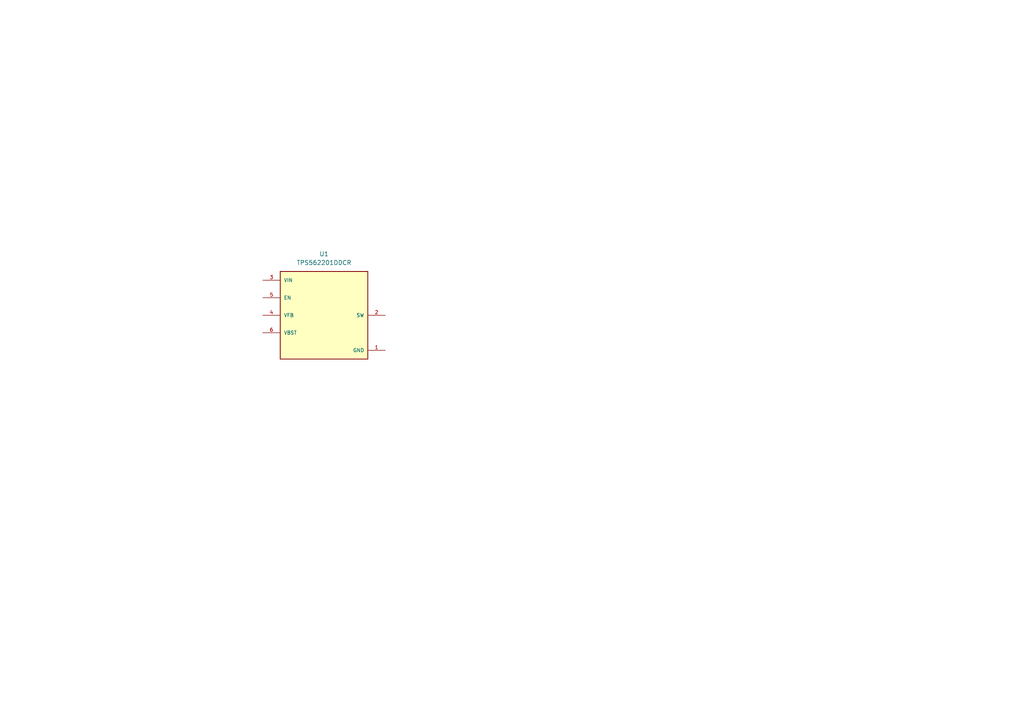
<source format=kicad_sch>
(kicad_sch
	(version 20250114)
	(generator "eeschema")
	(generator_version "9.0")
	(uuid "aabe4044-a13b-47be-8886-54ca2bb727d7")
	(paper "A4")
	(lib_symbols
		(symbol "3.3Buck:TPS562201DDCR"
			(pin_names
				(offset 1.016)
			)
			(exclude_from_sim no)
			(in_bom yes)
			(on_board yes)
			(property "Reference" "U"
				(at -12.7 13.7 0)
				(effects
					(font
						(size 1.27 1.27)
					)
					(justify left bottom)
				)
			)
			(property "Value" "TPS562201DDCR"
				(at -12.7 -16.7 0)
				(effects
					(font
						(size 1.27 1.27)
					)
					(justify left bottom)
				)
			)
			(property "Footprint" "TPS562201DDCR:SOT95P280X110-6N"
				(at 0 0 0)
				(effects
					(font
						(size 1.27 1.27)
					)
					(justify bottom)
					(hide yes)
				)
			)
			(property "Datasheet" ""
				(at 0 0 0)
				(effects
					(font
						(size 1.27 1.27)
					)
					(hide yes)
				)
			)
			(property "Description" ""
				(at 0 0 0)
				(effects
					(font
						(size 1.27 1.27)
					)
					(hide yes)
				)
			)
			(property "PARTREV" "A"
				(at 0 0 0)
				(effects
					(font
						(size 1.27 1.27)
					)
					(justify bottom)
					(hide yes)
				)
			)
			(property "STANDARD" "IPC-7351B"
				(at 0 0 0)
				(effects
					(font
						(size 1.27 1.27)
					)
					(justify bottom)
					(hide yes)
				)
			)
			(property "MAXIMUM_PACKAGE_HEIGHT" "1.10 mm"
				(at 0 0 0)
				(effects
					(font
						(size 1.27 1.27)
					)
					(justify bottom)
					(hide yes)
				)
			)
			(property "MANUFACTURER" "Texas Instruments"
				(at 0 0 0)
				(effects
					(font
						(size 1.27 1.27)
					)
					(justify bottom)
					(hide yes)
				)
			)
			(symbol "TPS562201DDCR_0_0"
				(rectangle
					(start -12.7 -12.7)
					(end 12.7 12.7)
					(stroke
						(width 0.254)
						(type default)
					)
					(fill
						(type background)
					)
				)
				(pin power_in line
					(at -17.78 10.16 0)
					(length 5.08)
					(name "VIN"
						(effects
							(font
								(size 1.016 1.016)
							)
						)
					)
					(number "3"
						(effects
							(font
								(size 1.016 1.016)
							)
						)
					)
				)
				(pin input line
					(at -17.78 5.08 0)
					(length 5.08)
					(name "EN"
						(effects
							(font
								(size 1.016 1.016)
							)
						)
					)
					(number "5"
						(effects
							(font
								(size 1.016 1.016)
							)
						)
					)
				)
				(pin input line
					(at -17.78 0 0)
					(length 5.08)
					(name "VFB"
						(effects
							(font
								(size 1.016 1.016)
							)
						)
					)
					(number "4"
						(effects
							(font
								(size 1.016 1.016)
							)
						)
					)
				)
				(pin input line
					(at -17.78 -5.08 0)
					(length 5.08)
					(name "VBST"
						(effects
							(font
								(size 1.016 1.016)
							)
						)
					)
					(number "6"
						(effects
							(font
								(size 1.016 1.016)
							)
						)
					)
				)
				(pin bidirectional line
					(at 17.78 0 180)
					(length 5.08)
					(name "SW"
						(effects
							(font
								(size 1.016 1.016)
							)
						)
					)
					(number "2"
						(effects
							(font
								(size 1.016 1.016)
							)
						)
					)
				)
				(pin power_in line
					(at 17.78 -10.16 180)
					(length 5.08)
					(name "GND"
						(effects
							(font
								(size 1.016 1.016)
							)
						)
					)
					(number "1"
						(effects
							(font
								(size 1.016 1.016)
							)
						)
					)
				)
			)
			(embedded_fonts no)
		)
	)
	(symbol
		(lib_id "3.3Buck:TPS562201DDCR")
		(at 93.98 91.44 0)
		(unit 1)
		(exclude_from_sim no)
		(in_bom yes)
		(on_board yes)
		(dnp no)
		(fields_autoplaced yes)
		(uuid "e2641b85-f349-40ba-8767-d75f532cddbe")
		(property "Reference" "U1"
			(at 93.98 73.66 0)
			(effects
				(font
					(size 1.27 1.27)
				)
			)
		)
		(property "Value" "TPS562201DDCR"
			(at 93.98 76.2 0)
			(effects
				(font
					(size 1.27 1.27)
				)
			)
		)
		(property "Footprint" "Library:3.3Buck"
			(at 93.98 91.44 0)
			(effects
				(font
					(size 1.27 1.27)
				)
				(justify bottom)
				(hide yes)
			)
		)
		(property "Datasheet" "https://www.ti.com/lit/ds/symlink/tps562201.pdf?HQS=dis-dk-null-digikeymode-dsf-pf-null-wwe&ts=1743220350163&ref_url=https%253A%252F%252Fwww.ti.com%252Fgeneral%252Fdocs%252Fsuppproductinfo.tsp%253FdistId%253D10%2526gotoUrl%253Dhttps%253A%252F%252Fwww.ti.com%252Flit%252Fgpn%252Ftps562201"
			(at 93.98 91.44 0)
			(effects
				(font
					(size 1.27 1.27)
				)
				(hide yes)
			)
		)
		(property "Description" "3.3V Buck Converter"
			(at 93.98 91.44 0)
			(effects
				(font
					(size 1.27 1.27)
				)
				(hide yes)
			)
		)
		(property "PARTREV" "A"
			(at 93.98 91.44 0)
			(effects
				(font
					(size 1.27 1.27)
				)
				(justify bottom)
				(hide yes)
			)
		)
		(property "STANDARD" "IPC-7351B"
			(at 93.98 91.44 0)
			(effects
				(font
					(size 1.27 1.27)
				)
				(justify bottom)
				(hide yes)
			)
		)
		(property "MAXIMUM_PACKAGE_HEIGHT" "1.10 mm"
			(at 93.98 91.44 0)
			(effects
				(font
					(size 1.27 1.27)
				)
				(justify bottom)
				(hide yes)
			)
		)
		(property "MANUFACTURER" "Texas Instruments"
			(at 93.98 91.44 0)
			(effects
				(font
					(size 1.27 1.27)
				)
				(justify bottom)
				(hide yes)
			)
		)
		(pin "6"
			(uuid "7b49554d-bdc4-49ba-b400-607d1baa1149")
		)
		(pin "3"
			(uuid "e3bdad8d-7934-4cdc-965a-de5f007a7e08")
		)
		(pin "5"
			(uuid "ff66217f-e8b8-4481-a29a-84b6150c1909")
		)
		(pin "4"
			(uuid "e8a6ea10-21cb-40a5-bf3f-fe19c2aa0bd9")
		)
		(pin "2"
			(uuid "3ee61bd8-f176-4a29-a91e-8567f6102217")
		)
		(pin "1"
			(uuid "aca59778-317c-4ac7-89a2-6942972800f1")
		)
		(instances
			(project ""
				(path "/04b3a1bf-85be-4655-adca-b4f1d33cef18/e5617f2d-7f15-4cc7-8180-cfa4ebb7354e"
					(reference "U1")
					(unit 1)
				)
			)
		)
	)
)

</source>
